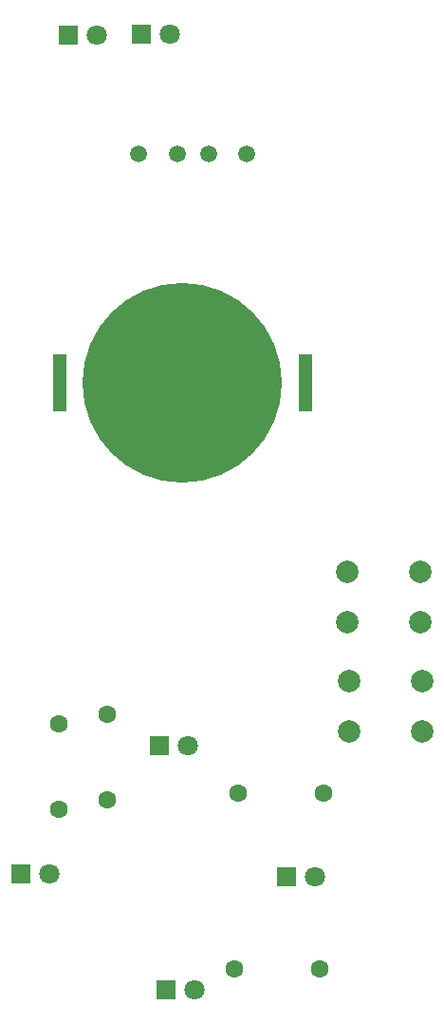
<source format=gbr>
%TF.GenerationSoftware,KiCad,Pcbnew,9.0.2*%
%TF.CreationDate,2025-07-03T20:52:15-07:00*%
%TF.ProjectId,solder,736f6c64-6572-42e6-9b69-6361645f7063,rev?*%
%TF.SameCoordinates,Original*%
%TF.FileFunction,Soldermask,Bot*%
%TF.FilePolarity,Negative*%
%FSLAX46Y46*%
G04 Gerber Fmt 4.6, Leading zero omitted, Abs format (unit mm)*
G04 Created by KiCad (PCBNEW 9.0.2) date 2025-07-03 20:52:15*
%MOMM*%
%LPD*%
G01*
G04 APERTURE LIST*
%ADD10C,2.000000*%
%ADD11R,1.800000X1.800000*%
%ADD12C,1.800000*%
%ADD13R,1.270000X5.080000*%
%ADD14C,17.800000*%
%ADD15C,1.600000*%
%ADD16C,1.500000*%
G04 APERTURE END LIST*
D10*
%TO.C,SW1*%
X153435000Y-94950000D03*
X159935000Y-94950000D03*
X153435000Y-99450000D03*
X159935000Y-99450000D03*
%TD*%
D11*
%TO.C,D4*%
X124270000Y-121880000D03*
D12*
X126810000Y-121880000D03*
%TD*%
D11*
%TO.C,D6*%
X147955000Y-122070000D03*
D12*
X150495000Y-122070000D03*
%TD*%
D11*
%TO.C,D2*%
X135035567Y-47032545D03*
D12*
X137575567Y-47032545D03*
%TD*%
D10*
%TO.C,SW2*%
X153585000Y-104650000D03*
X160085000Y-104650000D03*
X153585000Y-109150000D03*
X160085000Y-109150000D03*
%TD*%
D11*
%TO.C,D5*%
X137220000Y-132150000D03*
D12*
X139760000Y-132150000D03*
%TD*%
D11*
%TO.C,D3*%
X136660000Y-110430000D03*
D12*
X139200000Y-110430000D03*
%TD*%
D11*
%TO.C,D1*%
X128502285Y-47077420D03*
D12*
X131042285Y-47077420D03*
%TD*%
D13*
%TO.C,BT1*%
X149688829Y-78073649D03*
X127718829Y-78073649D03*
D14*
X138703829Y-78073649D03*
%TD*%
D15*
%TO.C,R3*%
X143360000Y-130320000D03*
X150980000Y-130320000D03*
%TD*%
%TO.C,R2*%
X127650000Y-108460000D03*
X127650000Y-116080000D03*
%TD*%
%TO.C,R1*%
X132020000Y-107600000D03*
X132020000Y-115220000D03*
%TD*%
%TO.C,R4*%
X151300000Y-114660000D03*
X143680000Y-114660000D03*
%TD*%
D16*
%TO.C,R5*%
X144460000Y-57650000D03*
X141060000Y-57650000D03*
%TD*%
%TO.C,R6*%
X138230000Y-57630000D03*
X134830000Y-57630000D03*
%TD*%
M02*

</source>
